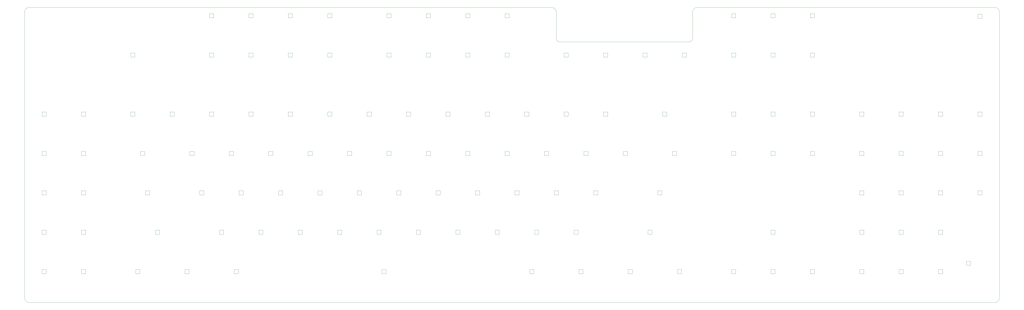
<source format=gbr>
%TF.GenerationSoftware,KiCad,Pcbnew,(6.0.0)*%
%TF.CreationDate,2022-04-04T19:04:30-04:00*%
%TF.ProjectId,SweetBusiness,53776565-7442-4757-9369-6e6573732e6b,rev?*%
%TF.SameCoordinates,Original*%
%TF.FileFunction,Profile,NP*%
%FSLAX46Y46*%
G04 Gerber Fmt 4.6, Leading zero omitted, Abs format (unit mm)*
G04 Created by KiCad (PCBNEW (6.0.0)) date 2022-04-04 19:04:30*
%MOMM*%
%LPD*%
G01*
G04 APERTURE LIST*
%TA.AperFunction,Profile*%
%ADD10C,0.050000*%
%TD*%
%TA.AperFunction,Profile*%
%ADD11C,0.120000*%
%TD*%
G04 APERTURE END LIST*
D10*
X531018750Y-124618750D02*
G75*
G03*
X528637500Y-122237500I-2381250J0D01*
G01*
X384968750Y-122237500D02*
X528637500Y-122237500D01*
X384968750Y-122237500D02*
G75*
G03*
X382587500Y-124618750I0J-2381250D01*
G01*
X382587500Y-137318750D02*
X382587500Y-124618750D01*
X316706250Y-137318750D02*
G75*
G03*
X318293750Y-138906250I1587500J0D01*
G01*
X59531250Y-262731250D02*
G75*
G03*
X61912500Y-265112500I2381250J0D01*
G01*
X90487500Y-122237500D02*
X314325000Y-122237500D01*
X316706250Y-124618750D02*
G75*
G03*
X314325000Y-122237500I-2381250J0D01*
G01*
X528637500Y-265112500D02*
X61912500Y-265112500D01*
X61912500Y-122237500D02*
G75*
G03*
X59531250Y-124618750I0J-2381250D01*
G01*
X61912500Y-122237500D02*
X90487500Y-122237500D01*
X318293750Y-138906250D02*
X381000000Y-138906250D01*
X316706250Y-124618750D02*
X316706250Y-137318750D01*
X381000000Y-138906250D02*
G75*
G03*
X382587500Y-137318750I0J1587500D01*
G01*
X528637500Y-265112500D02*
G75*
G03*
X531018750Y-262731250I0J2381250D01*
G01*
X59531250Y-262731250D02*
X59531250Y-124618750D01*
X531018750Y-124618750D02*
X531018750Y-262731250D01*
D11*
%TO.C,K70*%
X465343750Y-191937500D02*
X463343750Y-191937500D01*
X463343750Y-191937500D02*
X463343750Y-193937500D01*
X463343750Y-193937500D02*
X465343750Y-193937500D01*
X465343750Y-193937500D02*
X465343750Y-191937500D01*
%TO.C,K42*%
X341518750Y-172887500D02*
X339518750Y-172887500D01*
X339518750Y-172887500D02*
X339518750Y-174887500D01*
X339518750Y-174887500D02*
X341518750Y-174887500D01*
X341518750Y-174887500D02*
X341518750Y-172887500D01*
%TO.C,K44*%
X403431250Y-172887500D02*
X401431250Y-172887500D01*
X401431250Y-172887500D02*
X401431250Y-174887500D01*
X401431250Y-174887500D02*
X403431250Y-174887500D01*
X403431250Y-174887500D02*
X403431250Y-172887500D01*
%TO.C,K8*%
X274843750Y-125262500D02*
X272843750Y-125262500D01*
X272843750Y-125262500D02*
X272843750Y-127262500D01*
X272843750Y-127262500D02*
X274843750Y-127262500D01*
X274843750Y-127262500D02*
X274843750Y-125262500D01*
%TO.C,K125*%
X484393750Y-249087500D02*
X482393750Y-249087500D01*
X482393750Y-249087500D02*
X482393750Y-251087500D01*
X482393750Y-251087500D02*
X484393750Y-251087500D01*
X484393750Y-251087500D02*
X484393750Y-249087500D01*
%TO.C,K110*%
X503443750Y-230037500D02*
X501443750Y-230037500D01*
X501443750Y-230037500D02*
X501443750Y-232037500D01*
X501443750Y-232037500D02*
X503443750Y-232037500D01*
X503443750Y-232037500D02*
X503443750Y-230037500D01*
%TO.C,K84*%
X279606250Y-210987500D02*
X277606250Y-210987500D01*
X277606250Y-210987500D02*
X277606250Y-212987500D01*
X277606250Y-212987500D02*
X279606250Y-212987500D01*
X279606250Y-212987500D02*
X279606250Y-210987500D01*
%TO.C,K79*%
X184356250Y-210987500D02*
X182356250Y-210987500D01*
X182356250Y-210987500D02*
X182356250Y-212987500D01*
X182356250Y-212987500D02*
X184356250Y-212987500D01*
X184356250Y-212987500D02*
X184356250Y-210987500D01*
%TO.C,K38*%
X265318750Y-172887500D02*
X263318750Y-172887500D01*
X263318750Y-172887500D02*
X263318750Y-174887500D01*
X263318750Y-174887500D02*
X265318750Y-174887500D01*
X265318750Y-174887500D02*
X265318750Y-172887500D01*
%TO.C,K37*%
X246268750Y-172887500D02*
X244268750Y-172887500D01*
X244268750Y-172887500D02*
X244268750Y-174887500D01*
X244268750Y-174887500D02*
X246268750Y-174887500D01*
X246268750Y-174887500D02*
X246268750Y-172887500D01*
%TO.C,K29*%
X89106250Y-172887500D02*
X87106250Y-172887500D01*
X87106250Y-172887500D02*
X87106250Y-174887500D01*
X87106250Y-174887500D02*
X89106250Y-174887500D01*
X89106250Y-174887500D02*
X89106250Y-172887500D01*
%TO.C,K49*%
X503443750Y-172887500D02*
X501443750Y-172887500D01*
X501443750Y-172887500D02*
X501443750Y-174887500D01*
X501443750Y-174887500D02*
X503443750Y-174887500D01*
X503443750Y-174887500D02*
X503443750Y-172887500D01*
%TO.C,K82*%
X241506250Y-210987500D02*
X239506250Y-210987500D01*
X239506250Y-210987500D02*
X239506250Y-212987500D01*
X239506250Y-212987500D02*
X241506250Y-212987500D01*
X241506250Y-212987500D02*
X241506250Y-210987500D01*
%TO.C,K3*%
X170068750Y-125262500D02*
X168068750Y-125262500D01*
X168068750Y-125262500D02*
X168068750Y-127262500D01*
X168068750Y-127262500D02*
X170068750Y-127262500D01*
X170068750Y-127262500D02*
X170068750Y-125262500D01*
%TO.C,K39*%
X284368750Y-172887500D02*
X282368750Y-172887500D01*
X282368750Y-172887500D02*
X282368750Y-174887500D01*
X282368750Y-174887500D02*
X284368750Y-174887500D01*
X284368750Y-174887500D02*
X284368750Y-172887500D01*
%TO.C,K123*%
X441531250Y-249087500D02*
X439531250Y-249087500D01*
X439531250Y-249087500D02*
X439531250Y-251087500D01*
X439531250Y-251087500D02*
X441531250Y-251087500D01*
X441531250Y-251087500D02*
X441531250Y-249087500D01*
%TO.C,K24*%
X379618750Y-144312500D02*
X377618750Y-144312500D01*
X377618750Y-144312500D02*
X377618750Y-146312500D01*
X377618750Y-146312500D02*
X379618750Y-146312500D01*
X379618750Y-146312500D02*
X379618750Y-144312500D01*
%TO.C,K17*%
X236743750Y-144312500D02*
X234743750Y-144312500D01*
X234743750Y-144312500D02*
X234743750Y-146312500D01*
X234743750Y-146312500D02*
X236743750Y-146312500D01*
X236743750Y-146312500D02*
X236743750Y-144312500D01*
%TO.C,K73*%
X522493750Y-191937500D02*
X520493750Y-191937500D01*
X520493750Y-191937500D02*
X520493750Y-193937500D01*
X520493750Y-193937500D02*
X522493750Y-193937500D01*
X522493750Y-193937500D02*
X522493750Y-191937500D01*
%TO.C,K35*%
X208168750Y-172887500D02*
X206168750Y-172887500D01*
X206168750Y-172887500D02*
X206168750Y-174887500D01*
X206168750Y-174887500D02*
X208168750Y-174887500D01*
X208168750Y-174887500D02*
X208168750Y-172887500D01*
%TO.C,K92*%
X522493750Y-210987500D02*
X520493750Y-210987500D01*
X520493750Y-210987500D02*
X520493750Y-212987500D01*
X520493750Y-212987500D02*
X522493750Y-212987500D01*
X522493750Y-212987500D02*
X522493750Y-210987500D01*
%TO.C,K61*%
X274843750Y-191937500D02*
X272843750Y-191937500D01*
X272843750Y-191937500D02*
X272843750Y-193937500D01*
X272843750Y-193937500D02*
X274843750Y-193937500D01*
X274843750Y-193937500D02*
X274843750Y-191937500D01*
%TO.C,K30*%
X112918750Y-172887500D02*
X110918750Y-172887500D01*
X110918750Y-172887500D02*
X110918750Y-174887500D01*
X110918750Y-174887500D02*
X112918750Y-174887500D01*
X112918750Y-174887500D02*
X112918750Y-172887500D01*
%TO.C,K83*%
X260556250Y-210987500D02*
X258556250Y-210987500D01*
X258556250Y-210987500D02*
X258556250Y-212987500D01*
X258556250Y-212987500D02*
X260556250Y-212987500D01*
X260556250Y-212987500D02*
X260556250Y-210987500D01*
%TO.C,K81*%
X222456250Y-210987500D02*
X220456250Y-210987500D01*
X220456250Y-210987500D02*
X220456250Y-212987500D01*
X220456250Y-212987500D02*
X222456250Y-212987500D01*
X222456250Y-212987500D02*
X222456250Y-210987500D01*
%TO.C,K90*%
X484393750Y-210987500D02*
X482393750Y-210987500D01*
X482393750Y-210987500D02*
X482393750Y-212987500D01*
X482393750Y-212987500D02*
X484393750Y-212987500D01*
X484393750Y-212987500D02*
X484393750Y-210987500D01*
%TO.C,K20*%
X293893750Y-144312500D02*
X291893750Y-144312500D01*
X291893750Y-144312500D02*
X291893750Y-146312500D01*
X291893750Y-146312500D02*
X293893750Y-146312500D01*
X293893750Y-146312500D02*
X293893750Y-144312500D01*
%TO.C,K59*%
X236743750Y-191937500D02*
X234743750Y-191937500D01*
X234743750Y-191937500D02*
X234743750Y-193937500D01*
X234743750Y-193937500D02*
X236743750Y-193937500D01*
X236743750Y-193937500D02*
X236743750Y-191937500D01*
%TO.C,K95*%
X124825000Y-230037500D02*
X122825000Y-230037500D01*
X122825000Y-230037500D02*
X122825000Y-232037500D01*
X122825000Y-232037500D02*
X124825000Y-232037500D01*
X124825000Y-232037500D02*
X124825000Y-230037500D01*
%TO.C,K111*%
X70056250Y-249087500D02*
X68056250Y-249087500D01*
X68056250Y-249087500D02*
X68056250Y-251087500D01*
X68056250Y-251087500D02*
X70056250Y-251087500D01*
X70056250Y-251087500D02*
X70056250Y-249087500D01*
%TO.C,K50*%
X522493750Y-172887500D02*
X520493750Y-172887500D01*
X520493750Y-172887500D02*
X520493750Y-174887500D01*
X520493750Y-174887500D02*
X522493750Y-174887500D01*
X522493750Y-174887500D02*
X522493750Y-172887500D01*
%TO.C,K104*%
X308181250Y-230037500D02*
X306181250Y-230037500D01*
X306181250Y-230037500D02*
X306181250Y-232037500D01*
X306181250Y-232037500D02*
X308181250Y-232037500D01*
X308181250Y-232037500D02*
X308181250Y-230037500D01*
%TO.C,K25*%
X403431250Y-144312500D02*
X401431250Y-144312500D01*
X401431250Y-144312500D02*
X401431250Y-146312500D01*
X401431250Y-146312500D02*
X403431250Y-146312500D01*
X403431250Y-146312500D02*
X403431250Y-144312500D01*
%TO.C,K52*%
X89106250Y-191937500D02*
X87106250Y-191937500D01*
X87106250Y-191937500D02*
X87106250Y-193937500D01*
X87106250Y-193937500D02*
X89106250Y-193937500D01*
X89106250Y-193937500D02*
X89106250Y-191937500D01*
%TO.C,K2*%
X151018750Y-125262500D02*
X149018750Y-125262500D01*
X149018750Y-125262500D02*
X149018750Y-127262500D01*
X149018750Y-127262500D02*
X151018750Y-127262500D01*
X151018750Y-127262500D02*
X151018750Y-125262500D01*
%TO.C,K100*%
X231981250Y-230037500D02*
X229981250Y-230037500D01*
X229981250Y-230037500D02*
X229981250Y-232037500D01*
X229981250Y-232037500D02*
X231981250Y-232037500D01*
X231981250Y-232037500D02*
X231981250Y-230037500D01*
%TO.C,K89*%
X465343750Y-210987500D02*
X463343750Y-210987500D01*
X463343750Y-210987500D02*
X463343750Y-212987500D01*
X463343750Y-212987500D02*
X465343750Y-212987500D01*
X465343750Y-212987500D02*
X465343750Y-210987500D01*
%TO.C,K88*%
X367712500Y-210987500D02*
X365712500Y-210987500D01*
X365712500Y-210987500D02*
X365712500Y-212987500D01*
X365712500Y-212987500D02*
X367712500Y-212987500D01*
X367712500Y-212987500D02*
X367712500Y-210987500D01*
%TO.C,K26*%
X422481250Y-144312500D02*
X420481250Y-144312500D01*
X420481250Y-144312500D02*
X420481250Y-146312500D01*
X420481250Y-146312500D02*
X422481250Y-146312500D01*
X422481250Y-146312500D02*
X422481250Y-144312500D01*
%TO.C,K80*%
X203406250Y-210987500D02*
X201406250Y-210987500D01*
X201406250Y-210987500D02*
X201406250Y-212987500D01*
X201406250Y-212987500D02*
X203406250Y-212987500D01*
X203406250Y-212987500D02*
X203406250Y-210987500D01*
%TO.C,K77*%
X146256250Y-210987500D02*
X144256250Y-210987500D01*
X144256250Y-210987500D02*
X144256250Y-212987500D01*
X144256250Y-212987500D02*
X146256250Y-212987500D01*
X146256250Y-212987500D02*
X146256250Y-210987500D01*
%TO.C,K122*%
X422481250Y-249087500D02*
X420481250Y-249087500D01*
X420481250Y-249087500D02*
X420481250Y-251087500D01*
X420481250Y-251087500D02*
X422481250Y-251087500D01*
X422481250Y-251087500D02*
X422481250Y-249087500D01*
%TO.C,K46*%
X441531250Y-172887500D02*
X439531250Y-172887500D01*
X439531250Y-172887500D02*
X439531250Y-174887500D01*
X439531250Y-174887500D02*
X441531250Y-174887500D01*
X441531250Y-174887500D02*
X441531250Y-172887500D01*
%TO.C,K126*%
X503443750Y-249087500D02*
X501443750Y-249087500D01*
X501443750Y-249087500D02*
X501443750Y-251087500D01*
X501443750Y-251087500D02*
X503443750Y-251087500D01*
X503443750Y-251087500D02*
X503443750Y-249087500D01*
%TO.C,K112*%
X89106250Y-249087500D02*
X87106250Y-249087500D01*
X87106250Y-249087500D02*
X87106250Y-251087500D01*
X87106250Y-251087500D02*
X89106250Y-251087500D01*
X89106250Y-251087500D02*
X89106250Y-249087500D01*
%TO.C,K113*%
X115300000Y-249087500D02*
X113300000Y-249087500D01*
X113300000Y-249087500D02*
X113300000Y-251087500D01*
X113300000Y-251087500D02*
X115300000Y-251087500D01*
X115300000Y-251087500D02*
X115300000Y-249087500D01*
%TO.C,K65*%
X351043750Y-191937500D02*
X349043750Y-191937500D01*
X349043750Y-191937500D02*
X349043750Y-193937500D01*
X349043750Y-193937500D02*
X351043750Y-193937500D01*
X351043750Y-193937500D02*
X351043750Y-191937500D01*
%TO.C,K54*%
X141493750Y-191937500D02*
X139493750Y-191937500D01*
X139493750Y-191937500D02*
X139493750Y-193937500D01*
X139493750Y-193937500D02*
X141493750Y-193937500D01*
X141493750Y-193937500D02*
X141493750Y-191937500D01*
%TO.C,K76*%
X120062500Y-210987500D02*
X118062500Y-210987500D01*
X118062500Y-210987500D02*
X118062500Y-212987500D01*
X118062500Y-212987500D02*
X120062500Y-212987500D01*
X120062500Y-212987500D02*
X120062500Y-210987500D01*
%TO.C,K78*%
X165306250Y-210987500D02*
X163306250Y-210987500D01*
X163306250Y-210987500D02*
X163306250Y-212987500D01*
X163306250Y-212987500D02*
X165306250Y-212987500D01*
X165306250Y-212987500D02*
X165306250Y-210987500D01*
%TO.C,K51*%
X70056250Y-191937500D02*
X68056250Y-191937500D01*
X68056250Y-191937500D02*
X68056250Y-193937500D01*
X68056250Y-193937500D02*
X70056250Y-193937500D01*
X70056250Y-193937500D02*
X70056250Y-191937500D01*
%TO.C,K101*%
X251031250Y-230037500D02*
X249031250Y-230037500D01*
X249031250Y-230037500D02*
X249031250Y-232037500D01*
X249031250Y-232037500D02*
X251031250Y-232037500D01*
X251031250Y-232037500D02*
X251031250Y-230037500D01*
%TO.C,K57*%
X198643750Y-191937500D02*
X196643750Y-191937500D01*
X196643750Y-191937500D02*
X196643750Y-193937500D01*
X196643750Y-193937500D02*
X198643750Y-193937500D01*
X198643750Y-193937500D02*
X198643750Y-191937500D01*
%TO.C,K64*%
X331993750Y-191937500D02*
X329993750Y-191937500D01*
X329993750Y-191937500D02*
X329993750Y-193937500D01*
X329993750Y-193937500D02*
X331993750Y-193937500D01*
X331993750Y-193937500D02*
X331993750Y-191937500D01*
%TO.C,K105*%
X327231250Y-230037500D02*
X325231250Y-230037500D01*
X325231250Y-230037500D02*
X325231250Y-232037500D01*
X325231250Y-232037500D02*
X327231250Y-232037500D01*
X327231250Y-232037500D02*
X327231250Y-230037500D01*
%TO.C,K32*%
X151018750Y-172887500D02*
X149018750Y-172887500D01*
X149018750Y-172887500D02*
X149018750Y-174887500D01*
X149018750Y-174887500D02*
X151018750Y-174887500D01*
X151018750Y-174887500D02*
X151018750Y-172887500D01*
%TO.C,K27*%
X441531250Y-144312500D02*
X439531250Y-144312500D01*
X439531250Y-144312500D02*
X439531250Y-146312500D01*
X439531250Y-146312500D02*
X441531250Y-146312500D01*
X441531250Y-146312500D02*
X441531250Y-144312500D01*
%TO.C,K13*%
X151018750Y-144312500D02*
X149018750Y-144312500D01*
X149018750Y-144312500D02*
X149018750Y-146312500D01*
X149018750Y-146312500D02*
X151018750Y-146312500D01*
X151018750Y-146312500D02*
X151018750Y-144312500D01*
%TO.C,K94*%
X89106250Y-230037500D02*
X87106250Y-230037500D01*
X87106250Y-230037500D02*
X87106250Y-232037500D01*
X87106250Y-232037500D02*
X89106250Y-232037500D01*
X89106250Y-232037500D02*
X89106250Y-230037500D01*
%TO.C,K93*%
X70056250Y-230037500D02*
X68056250Y-230037500D01*
X68056250Y-230037500D02*
X68056250Y-232037500D01*
X68056250Y-232037500D02*
X70056250Y-232037500D01*
X70056250Y-232037500D02*
X70056250Y-230037500D01*
%TO.C,K109*%
X484393750Y-230037500D02*
X482393750Y-230037500D01*
X482393750Y-230037500D02*
X482393750Y-232037500D01*
X482393750Y-232037500D02*
X484393750Y-232037500D01*
X484393750Y-232037500D02*
X484393750Y-230037500D01*
%TO.C,K48*%
X484393750Y-172887500D02*
X482393750Y-172887500D01*
X482393750Y-172887500D02*
X482393750Y-174887500D01*
X482393750Y-174887500D02*
X484393750Y-174887500D01*
X484393750Y-174887500D02*
X484393750Y-172887500D01*
%TO.C,K58*%
X217693750Y-191937500D02*
X215693750Y-191937500D01*
X215693750Y-191937500D02*
X215693750Y-193937500D01*
X215693750Y-193937500D02*
X217693750Y-193937500D01*
X217693750Y-193937500D02*
X217693750Y-191937500D01*
%TO.C,K68*%
X422481250Y-191937500D02*
X420481250Y-191937500D01*
X420481250Y-191937500D02*
X420481250Y-193937500D01*
X420481250Y-193937500D02*
X422481250Y-193937500D01*
X422481250Y-193937500D02*
X422481250Y-191937500D01*
%TO.C,K45*%
X422481250Y-172887500D02*
X420481250Y-172887500D01*
X420481250Y-172887500D02*
X420481250Y-174887500D01*
X420481250Y-174887500D02*
X422481250Y-174887500D01*
X422481250Y-174887500D02*
X422481250Y-172887500D01*
%TO.C,K69*%
X441531250Y-191937500D02*
X439531250Y-191937500D01*
X439531250Y-191937500D02*
X439531250Y-193937500D01*
X439531250Y-193937500D02*
X441531250Y-193937500D01*
X441531250Y-193937500D02*
X441531250Y-191937500D01*
%TO.C,K67*%
X403431250Y-191937500D02*
X401431250Y-191937500D01*
X401431250Y-191937500D02*
X401431250Y-193937500D01*
X401431250Y-193937500D02*
X403431250Y-193937500D01*
X403431250Y-193937500D02*
X403431250Y-191937500D01*
%TO.C,K72*%
X503443750Y-191937500D02*
X501443750Y-191937500D01*
X501443750Y-191937500D02*
X501443750Y-193937500D01*
X501443750Y-193937500D02*
X503443750Y-193937500D01*
X503443750Y-193937500D02*
X503443750Y-191937500D01*
%TO.C,K1*%
X112918750Y-144312500D02*
X110918750Y-144312500D01*
X110918750Y-144312500D02*
X110918750Y-146312500D01*
X110918750Y-146312500D02*
X112918750Y-146312500D01*
X112918750Y-146312500D02*
X112918750Y-144312500D01*
%TO.C,K10*%
X403431250Y-125262500D02*
X401431250Y-125262500D01*
X401431250Y-125262500D02*
X401431250Y-127262500D01*
X401431250Y-127262500D02*
X403431250Y-127262500D01*
X403431250Y-127262500D02*
X403431250Y-125262500D01*
%TO.C,K74*%
X70056250Y-210987500D02*
X68056250Y-210987500D01*
X68056250Y-210987500D02*
X68056250Y-212987500D01*
X68056250Y-212987500D02*
X70056250Y-212987500D01*
X70056250Y-212987500D02*
X70056250Y-210987500D01*
%TO.C,K23*%
X360568750Y-144312500D02*
X358568750Y-144312500D01*
X358568750Y-144312500D02*
X358568750Y-146312500D01*
X358568750Y-146312500D02*
X360568750Y-146312500D01*
X360568750Y-146312500D02*
X360568750Y-144312500D01*
%TO.C,K120*%
X377237500Y-249087500D02*
X375237500Y-249087500D01*
X375237500Y-249087500D02*
X375237500Y-251087500D01*
X375237500Y-251087500D02*
X377237500Y-251087500D01*
X377237500Y-251087500D02*
X377237500Y-249087500D01*
%TO.C,K28*%
X70056250Y-172887500D02*
X68056250Y-172887500D01*
X68056250Y-172887500D02*
X68056250Y-174887500D01*
X68056250Y-174887500D02*
X70056250Y-174887500D01*
X70056250Y-174887500D02*
X70056250Y-172887500D01*
%TO.C,K96*%
X155781250Y-230037500D02*
X153781250Y-230037500D01*
X153781250Y-230037500D02*
X153781250Y-232037500D01*
X153781250Y-232037500D02*
X155781250Y-232037500D01*
X155781250Y-232037500D02*
X155781250Y-230037500D01*
%TO.C,K118*%
X329612500Y-249087500D02*
X327612500Y-249087500D01*
X327612500Y-249087500D02*
X327612500Y-251087500D01*
X327612500Y-251087500D02*
X329612500Y-251087500D01*
X329612500Y-251087500D02*
X329612500Y-249087500D01*
%TO.C,K87*%
X336756250Y-210987500D02*
X334756250Y-210987500D01*
X334756250Y-210987500D02*
X334756250Y-212987500D01*
X334756250Y-212987500D02*
X336756250Y-212987500D01*
X336756250Y-212987500D02*
X336756250Y-210987500D01*
%TO.C,RX1*%
X522493750Y-125562500D02*
X520493750Y-125562500D01*
X520493750Y-125562500D02*
X520493750Y-127562500D01*
X520493750Y-127562500D02*
X522493750Y-127562500D01*
X522493750Y-127562500D02*
X522493750Y-125562500D01*
%TO.C,K116*%
X234362500Y-249087500D02*
X232362500Y-249087500D01*
X232362500Y-249087500D02*
X232362500Y-251087500D01*
X232362500Y-251087500D02*
X234362500Y-251087500D01*
X234362500Y-251087500D02*
X234362500Y-249087500D01*
%TO.C,K114*%
X139112500Y-249087500D02*
X137112500Y-249087500D01*
X137112500Y-249087500D02*
X137112500Y-251087500D01*
X137112500Y-251087500D02*
X139112500Y-251087500D01*
X139112500Y-251087500D02*
X139112500Y-249087500D01*
%TO.C,K6*%
X236743750Y-125262500D02*
X234743750Y-125262500D01*
X234743750Y-125262500D02*
X234743750Y-127262500D01*
X234743750Y-127262500D02*
X236743750Y-127262500D01*
X236743750Y-127262500D02*
X236743750Y-125262500D01*
%TO.C,K91*%
X503443750Y-210987500D02*
X501443750Y-210987500D01*
X501443750Y-210987500D02*
X501443750Y-212987500D01*
X501443750Y-212987500D02*
X503443750Y-212987500D01*
X503443750Y-212987500D02*
X503443750Y-210987500D01*
%TO.C,K56*%
X179593750Y-191937500D02*
X177593750Y-191937500D01*
X177593750Y-191937500D02*
X177593750Y-193937500D01*
X177593750Y-193937500D02*
X179593750Y-193937500D01*
X179593750Y-193937500D02*
X179593750Y-191937500D01*
%TO.C,K15*%
X189118750Y-144312500D02*
X187118750Y-144312500D01*
X187118750Y-144312500D02*
X187118750Y-146312500D01*
X187118750Y-146312500D02*
X189118750Y-146312500D01*
X189118750Y-146312500D02*
X189118750Y-144312500D01*
%TO.C,K62*%
X293893750Y-191937500D02*
X291893750Y-191937500D01*
X291893750Y-191937500D02*
X291893750Y-193937500D01*
X291893750Y-193937500D02*
X293893750Y-193937500D01*
X293893750Y-193937500D02*
X293893750Y-191937500D01*
%TO.C,K22*%
X341518750Y-144312500D02*
X339518750Y-144312500D01*
X339518750Y-144312500D02*
X339518750Y-146312500D01*
X339518750Y-146312500D02*
X341518750Y-146312500D01*
X341518750Y-146312500D02*
X341518750Y-144312500D01*
%TO.C,K107*%
X422481250Y-230037500D02*
X420481250Y-230037500D01*
X420481250Y-230037500D02*
X420481250Y-232037500D01*
X420481250Y-232037500D02*
X422481250Y-232037500D01*
X422481250Y-232037500D02*
X422481250Y-230037500D01*
%TO.C,K98*%
X193881250Y-230037500D02*
X191881250Y-230037500D01*
X191881250Y-230037500D02*
X191881250Y-232037500D01*
X191881250Y-232037500D02*
X193881250Y-232037500D01*
X193881250Y-232037500D02*
X193881250Y-230037500D01*
%TO.C,K66*%
X374856250Y-191937500D02*
X372856250Y-191937500D01*
X372856250Y-191937500D02*
X372856250Y-193937500D01*
X372856250Y-193937500D02*
X374856250Y-193937500D01*
X374856250Y-193937500D02*
X374856250Y-191937500D01*
%TO.C,K47*%
X465343750Y-172887500D02*
X463343750Y-172887500D01*
X463343750Y-172887500D02*
X463343750Y-174887500D01*
X463343750Y-174887500D02*
X465343750Y-174887500D01*
X465343750Y-174887500D02*
X465343750Y-172887500D01*
%TO.C,K102*%
X270081250Y-230037500D02*
X268081250Y-230037500D01*
X268081250Y-230037500D02*
X268081250Y-232037500D01*
X268081250Y-232037500D02*
X270081250Y-232037500D01*
X270081250Y-232037500D02*
X270081250Y-230037500D01*
%TO.C,K12*%
X441531250Y-125262500D02*
X439531250Y-125262500D01*
X439531250Y-125262500D02*
X439531250Y-127262500D01*
X439531250Y-127262500D02*
X441531250Y-127262500D01*
X441531250Y-127262500D02*
X441531250Y-125262500D01*
%TO.C,K99*%
X212931250Y-230037500D02*
X210931250Y-230037500D01*
X210931250Y-230037500D02*
X210931250Y-232037500D01*
X210931250Y-232037500D02*
X212931250Y-232037500D01*
X212931250Y-232037500D02*
X212931250Y-230037500D01*
%TO.C,K117*%
X305800000Y-249087500D02*
X303800000Y-249087500D01*
X303800000Y-249087500D02*
X303800000Y-251087500D01*
X303800000Y-251087500D02*
X305800000Y-251087500D01*
X305800000Y-251087500D02*
X305800000Y-249087500D01*
%TO.C,K60*%
X255793750Y-191937500D02*
X253793750Y-191937500D01*
X253793750Y-191937500D02*
X253793750Y-193937500D01*
X253793750Y-193937500D02*
X255793750Y-193937500D01*
X255793750Y-193937500D02*
X255793750Y-191937500D01*
%TO.C,K33*%
X170068750Y-172887500D02*
X168068750Y-172887500D01*
X168068750Y-172887500D02*
X168068750Y-174887500D01*
X168068750Y-174887500D02*
X170068750Y-174887500D01*
X170068750Y-174887500D02*
X170068750Y-172887500D01*
%TO.C,K36*%
X227218750Y-172887500D02*
X225218750Y-172887500D01*
X225218750Y-172887500D02*
X225218750Y-174887500D01*
X225218750Y-174887500D02*
X227218750Y-174887500D01*
X227218750Y-174887500D02*
X227218750Y-172887500D01*
%TO.C,K97*%
X174831250Y-230037500D02*
X172831250Y-230037500D01*
X172831250Y-230037500D02*
X172831250Y-232037500D01*
X172831250Y-232037500D02*
X174831250Y-232037500D01*
X174831250Y-232037500D02*
X174831250Y-230037500D01*
%TO.C,K34*%
X189118750Y-172887500D02*
X187118750Y-172887500D01*
X187118750Y-172887500D02*
X187118750Y-174887500D01*
X187118750Y-174887500D02*
X189118750Y-174887500D01*
X189118750Y-174887500D02*
X189118750Y-172887500D01*
%TO.C,K53*%
X117681250Y-191937500D02*
X115681250Y-191937500D01*
X115681250Y-191937500D02*
X115681250Y-193937500D01*
X115681250Y-193937500D02*
X117681250Y-193937500D01*
X117681250Y-193937500D02*
X117681250Y-191937500D01*
%TO.C,K124*%
X465343750Y-249087500D02*
X463343750Y-249087500D01*
X463343750Y-249087500D02*
X463343750Y-251087500D01*
X463343750Y-251087500D02*
X465343750Y-251087500D01*
X465343750Y-251087500D02*
X465343750Y-249087500D01*
%TO.C,K19*%
X274843750Y-144312500D02*
X272843750Y-144312500D01*
X272843750Y-144312500D02*
X272843750Y-146312500D01*
X272843750Y-146312500D02*
X274843750Y-146312500D01*
X274843750Y-146312500D02*
X274843750Y-144312500D01*
%TO.C,K119*%
X353425000Y-249087500D02*
X351425000Y-249087500D01*
X351425000Y-249087500D02*
X351425000Y-251087500D01*
X351425000Y-251087500D02*
X353425000Y-251087500D01*
X353425000Y-251087500D02*
X353425000Y-249087500D01*
%TO.C,K86*%
X317706250Y-210987500D02*
X315706250Y-210987500D01*
X315706250Y-210987500D02*
X315706250Y-212987500D01*
X315706250Y-212987500D02*
X317706250Y-212987500D01*
X317706250Y-212987500D02*
X317706250Y-210987500D01*
%TO.C,K18*%
X255793750Y-144312500D02*
X253793750Y-144312500D01*
X253793750Y-144312500D02*
X253793750Y-146312500D01*
X253793750Y-146312500D02*
X255793750Y-146312500D01*
X255793750Y-146312500D02*
X255793750Y-144312500D01*
%TO.C,K108*%
X465343750Y-230037500D02*
X463343750Y-230037500D01*
X463343750Y-230037500D02*
X463343750Y-232037500D01*
X463343750Y-232037500D02*
X465343750Y-232037500D01*
X465343750Y-232037500D02*
X465343750Y-230037500D01*
%TO.C,K115*%
X162925000Y-249087500D02*
X160925000Y-249087500D01*
X160925000Y-249087500D02*
X160925000Y-251087500D01*
X160925000Y-251087500D02*
X162925000Y-251087500D01*
X162925000Y-251087500D02*
X162925000Y-249087500D01*
%TO.C,K5*%
X208168750Y-125262500D02*
X206168750Y-125262500D01*
X206168750Y-125262500D02*
X206168750Y-127262500D01*
X206168750Y-127262500D02*
X208168750Y-127262500D01*
X208168750Y-127262500D02*
X208168750Y-125262500D01*
%TO.C,K127*%
X514993750Y-245062500D02*
X516993750Y-245062500D01*
X516993750Y-245062500D02*
X516993750Y-247062500D01*
X516993750Y-247062500D02*
X514993750Y-247062500D01*
X514993750Y-247062500D02*
X514993750Y-245062500D01*
%TO.C,K63*%
X312943750Y-191937500D02*
X310943750Y-191937500D01*
X310943750Y-191937500D02*
X310943750Y-193937500D01*
X310943750Y-193937500D02*
X312943750Y-193937500D01*
X312943750Y-193937500D02*
X312943750Y-191937500D01*
%TO.C,K41*%
X322468750Y-172887500D02*
X320468750Y-172887500D01*
X320468750Y-172887500D02*
X320468750Y-174887500D01*
X320468750Y-174887500D02*
X322468750Y-174887500D01*
X322468750Y-174887500D02*
X322468750Y-172887500D01*
%TO.C,K31*%
X131968750Y-172887500D02*
X129968750Y-172887500D01*
X129968750Y-172887500D02*
X129968750Y-174887500D01*
X129968750Y-174887500D02*
X131968750Y-174887500D01*
X131968750Y-174887500D02*
X131968750Y-172887500D01*
%TO.C,K75*%
X89106250Y-210987500D02*
X87106250Y-210987500D01*
X87106250Y-210987500D02*
X87106250Y-212987500D01*
X87106250Y-212987500D02*
X89106250Y-212987500D01*
X89106250Y-212987500D02*
X89106250Y-210987500D01*
%TO.C,K4*%
X189118750Y-125262500D02*
X187118750Y-125262500D01*
X187118750Y-125262500D02*
X187118750Y-127262500D01*
X187118750Y-127262500D02*
X189118750Y-127262500D01*
X189118750Y-127262500D02*
X189118750Y-125262500D01*
%TO.C,K11*%
X422481250Y-125262500D02*
X420481250Y-125262500D01*
X420481250Y-125262500D02*
X420481250Y-127262500D01*
X420481250Y-127262500D02*
X422481250Y-127262500D01*
X422481250Y-127262500D02*
X422481250Y-125262500D01*
%TO.C,K43*%
X370093750Y-172887500D02*
X368093750Y-172887500D01*
X368093750Y-172887500D02*
X368093750Y-174887500D01*
X368093750Y-174887500D02*
X370093750Y-174887500D01*
X370093750Y-174887500D02*
X370093750Y-172887500D01*
%TO.C,K106*%
X362950000Y-230037500D02*
X360950000Y-230037500D01*
X360950000Y-230037500D02*
X360950000Y-232037500D01*
X360950000Y-232037500D02*
X362950000Y-232037500D01*
X362950000Y-232037500D02*
X362950000Y-230037500D01*
%TO.C,K21*%
X322468750Y-144312500D02*
X320468750Y-144312500D01*
X320468750Y-144312500D02*
X320468750Y-146312500D01*
X320468750Y-146312500D02*
X322468750Y-146312500D01*
X322468750Y-146312500D02*
X322468750Y-144312500D01*
%TO.C,K55*%
X160543750Y-191937500D02*
X158543750Y-191937500D01*
X158543750Y-191937500D02*
X158543750Y-193937500D01*
X158543750Y-193937500D02*
X160543750Y-193937500D01*
X160543750Y-193937500D02*
X160543750Y-191937500D01*
%TO.C,K9*%
X293893750Y-125262500D02*
X291893750Y-125262500D01*
X291893750Y-125262500D02*
X291893750Y-127262500D01*
X291893750Y-127262500D02*
X293893750Y-127262500D01*
X293893750Y-127262500D02*
X293893750Y-125262500D01*
%TO.C,K40*%
X303418750Y-172887500D02*
X301418750Y-172887500D01*
X301418750Y-172887500D02*
X301418750Y-174887500D01*
X301418750Y-174887500D02*
X303418750Y-174887500D01*
X303418750Y-174887500D02*
X303418750Y-172887500D01*
%TO.C,K121*%
X403431250Y-249087500D02*
X401431250Y-249087500D01*
X401431250Y-249087500D02*
X401431250Y-251087500D01*
X401431250Y-251087500D02*
X403431250Y-251087500D01*
X403431250Y-251087500D02*
X403431250Y-249087500D01*
%TO.C,K16*%
X208168750Y-144312500D02*
X206168750Y-144312500D01*
X206168750Y-144312500D02*
X206168750Y-146312500D01*
X206168750Y-146312500D02*
X208168750Y-146312500D01*
X208168750Y-146312500D02*
X208168750Y-144312500D01*
%TO.C,K85*%
X298656250Y-210987500D02*
X296656250Y-210987500D01*
X296656250Y-210987500D02*
X296656250Y-212987500D01*
X296656250Y-212987500D02*
X298656250Y-212987500D01*
X298656250Y-212987500D02*
X298656250Y-210987500D01*
%TO.C,K14*%
X170068750Y-144312500D02*
X168068750Y-144312500D01*
X168068750Y-144312500D02*
X168068750Y-146312500D01*
X168068750Y-146312500D02*
X170068750Y-146312500D01*
X170068750Y-146312500D02*
X170068750Y-144312500D01*
%TO.C,K7*%
X255793750Y-125262500D02*
X253793750Y-125262500D01*
X253793750Y-125262500D02*
X253793750Y-127262500D01*
X253793750Y-127262500D02*
X255793750Y-127262500D01*
X255793750Y-127262500D02*
X255793750Y-125262500D01*
%TO.C,K71*%
X484393750Y-191937500D02*
X482393750Y-191937500D01*
X482393750Y-191937500D02*
X482393750Y-193937500D01*
X482393750Y-193937500D02*
X484393750Y-193937500D01*
X484393750Y-193937500D02*
X484393750Y-191937500D01*
%TO.C,K103*%
X289131250Y-230037500D02*
X287131250Y-230037500D01*
X287131250Y-230037500D02*
X287131250Y-232037500D01*
X287131250Y-232037500D02*
X289131250Y-232037500D01*
X289131250Y-232037500D02*
X289131250Y-230037500D01*
%TD*%
M02*

</source>
